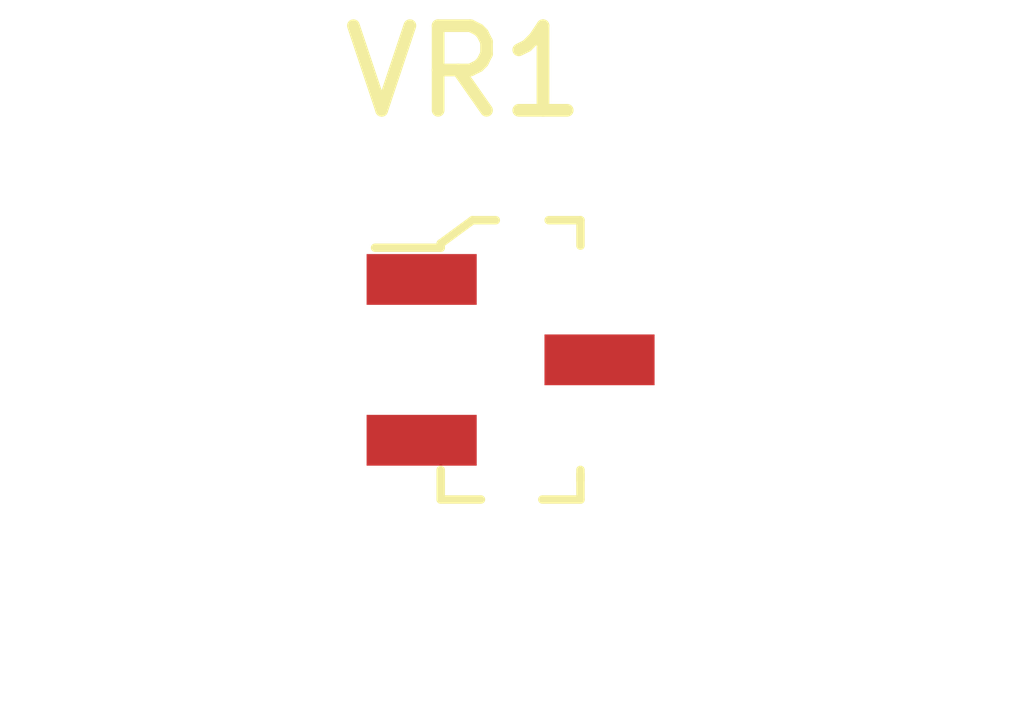
<source format=kicad_pcb>
(kicad_pcb (version 4) (host pcbnew 4.0.2+dfsg1-stable)

  (general
    (links 0)
    (no_connects 0)
    (area 142.322529 100.5036 154.729672 109.2286)
    (thickness 1.6)
    (drawings 0)
    (tracks 0)
    (zones 0)
    (modules 1)
    (nets 4)
  )

  (page A4)
  (layers
    (0 F.Cu signal)
    (31 B.Cu signal)
    (32 B.Adhes user)
    (33 F.Adhes user)
    (34 B.Paste user)
    (35 F.Paste user)
    (36 B.SilkS user)
    (37 F.SilkS user)
    (38 B.Mask user)
    (39 F.Mask user)
    (40 Dwgs.User user)
    (41 Cmts.User user)
    (42 Eco1.User user)
    (43 Eco2.User user)
    (44 Edge.Cuts user)
    (45 Margin user)
    (46 B.CrtYd user)
    (47 F.CrtYd user)
    (48 B.Fab user)
    (49 F.Fab user)
  )

  (setup
    (last_trace_width 0.25)
    (trace_clearance 0.2)
    (zone_clearance 0.508)
    (zone_45_only no)
    (trace_min 0.2)
    (segment_width 0.2)
    (edge_width 0.15)
    (via_size 0.6)
    (via_drill 0.4)
    (via_min_size 0.4)
    (via_min_drill 0.3)
    (uvia_size 0.3)
    (uvia_drill 0.1)
    (uvias_allowed no)
    (uvia_min_size 0.2)
    (uvia_min_drill 0.1)
    (pcb_text_width 0.3)
    (pcb_text_size 1.5 1.5)
    (mod_edge_width 0.15)
    (mod_text_size 1 1)
    (mod_text_width 0.15)
    (pad_size 1.524 1.524)
    (pad_drill 0.762)
    (pad_to_mask_clearance 0.2)
    (aux_axis_origin 0 0)
    (visible_elements FFFFFF7F)
    (pcbplotparams
      (layerselection 0x00030_80000001)
      (usegerberextensions false)
      (excludeedgelayer true)
      (linewidth 0.100000)
      (plotframeref false)
      (viasonmask false)
      (mode 1)
      (useauxorigin false)
      (hpglpennumber 1)
      (hpglpenspeed 20)
      (hpglpendiameter 15)
      (hpglpenoverlay 2)
      (psnegative false)
      (psa4output false)
      (plotreference true)
      (plotvalue true)
      (plotinvisibletext false)
      (padsonsilk false)
      (subtractmaskfromsilk false)
      (outputformat 1)
      (mirror false)
      (drillshape 1)
      (scaleselection 1)
      (outputdirectory ""))
  )

  (net 0 "")
  (net 1 "Net-(VR1-Pad3)")
  (net 2 "Net-(VR1-Pad2)")
  (net 3 "Net-(VR1-Pad1)")

  (net_class Default "This is the default net class."
    (clearance 0.2)
    (trace_width 0.25)
    (via_dia 0.6)
    (via_drill 0.4)
    (uvia_dia 0.3)
    (uvia_drill 0.1)
    (add_net "Net-(VR1-Pad1)")
    (add_net "Net-(VR1-Pad2)")
    (add_net "Net-(VR1-Pad3)")
  )

  (module digikey-footprints:SOT-23-3 (layer F.Cu) (tedit 5BF9F5B7) (tstamp 5BC17457)
    (at 148.5011 105.0036)
    (path /5BC139AF)
    (fp_text reference VR1 (at -0.5461 -3.4036) (layer F.SilkS)
      (effects (font (size 1 1) (thickness 0.15)))
    )
    (fp_text value REF3030AIDBZR (at 0.025 3.25) (layer F.Fab)
      (effects (font (size 1 1) (thickness 0.15)))
    )
    (fp_line (start -1.825 -1.95) (end 1.825 -1.95) (layer F.CrtYd) (width 0.05))
    (fp_line (start -1.825 -1.95) (end -1.825 1.95) (layer F.CrtYd) (width 0.05))
    (fp_line (start 1.825 1.95) (end -1.825 1.95) (layer F.CrtYd) (width 0.05))
    (fp_line (start 1.825 -1.95) (end 1.825 1.95) (layer F.CrtYd) (width 0.05))
    (fp_line (start -0.175 -1.65) (end -0.45 -1.65) (layer F.SilkS) (width 0.1))
    (fp_line (start -0.45 -1.65) (end -0.825 -1.375) (layer F.SilkS) (width 0.1))
    (fp_line (start -0.825 -1.375) (end -0.825 -1.325) (layer F.SilkS) (width 0.1))
    (fp_line (start -0.825 -1.325) (end -1.6 -1.325) (layer F.SilkS) (width 0.1))
    (fp_line (start -0.7 -1.325) (end -0.7 1.525) (layer F.Fab) (width 0.1))
    (fp_line (start -0.425 -1.525) (end 0.7 -1.525) (layer F.Fab) (width 0.1))
    (fp_line (start -0.425 -1.525) (end -0.7 -1.325) (layer F.Fab) (width 0.1))
    (fp_line (start -0.35 1.65) (end -0.825 1.65) (layer F.SilkS) (width 0.1))
    (fp_line (start -0.825 1.65) (end -0.825 1.3) (layer F.SilkS) (width 0.1))
    (fp_line (start 0.825 1.425) (end 0.825 1.3) (layer F.SilkS) (width 0.1))
    (fp_line (start 0.825 1.35) (end 0.825 1.65) (layer F.SilkS) (width 0.1))
    (fp_line (start 0.825 1.65) (end 0.375 1.65) (layer F.SilkS) (width 0.1))
    (fp_line (start 0.45 -1.65) (end 0.825 -1.65) (layer F.SilkS) (width 0.1))
    (fp_line (start 0.825 -1.65) (end 0.825 -1.35) (layer F.SilkS) (width 0.1))
    (fp_text user %R (at -0.125 0.15) (layer F.Fab)
      (effects (font (size 0.25 0.25) (thickness 0.05)))
    )
    (fp_line (start -0.7 1.52) (end 0.7 1.52) (layer F.Fab) (width 0.1))
    (fp_line (start 0.7 1.52) (end 0.7 -1.52) (layer F.Fab) (width 0.1))
    (pad 3 smd rect (at 1.05 0) (size 1.3 0.6) (layers F.Cu F.Paste F.Mask)
      (net 1 "Net-(VR1-Pad3)") (solder_mask_margin 0.07))
    (pad 2 smd rect (at -1.05 0.95) (size 1.3 0.6) (layers F.Cu F.Paste F.Mask)
      (net 2 "Net-(VR1-Pad2)") (solder_mask_margin 0.07))
    (pad 1 smd rect (at -1.05 -0.95) (size 1.3 0.6) (layers F.Cu F.Paste F.Mask)
      (net 3 "Net-(VR1-Pad1)") (solder_mask_margin 0.07))
  )

)

</source>
